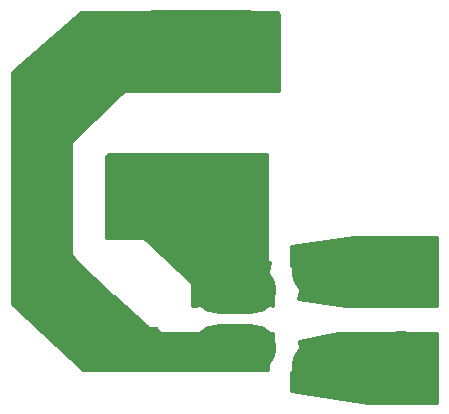
<source format=gbl>
G04 #@! TF.FileFunction,Copper,L2,Bot,Signal*
%FSLAX46Y46*%
G04 Gerber Fmt 4.6, Leading zero omitted, Abs format (unit mm)*
G04 Created by KiCad (PCBNEW 4.0.7) date 04/08/19 10:03:47*
%MOMM*%
%LPD*%
G01*
G04 APERTURE LIST*
%ADD10C,0.100000*%
%ADD11O,13.000000X6.000000*%
%ADD12O,7.000000X4.000000*%
%ADD13C,6.000000*%
%ADD14C,0.254000*%
G04 APERTURE END LIST*
D10*
D11*
X201904600Y-74091800D03*
X203174600Y-61442600D03*
D12*
X214350600Y-80645000D03*
X214350600Y-88569800D03*
X206019400Y-82169000D03*
X206019400Y-87045800D03*
D13*
X220141800Y-80645000D03*
X220141800Y-88569800D03*
D14*
G36*
X208788000Y-79629000D02*
X208798006Y-79678410D01*
X208826447Y-79720035D01*
X208868841Y-79747315D01*
X208915000Y-79756000D01*
X208994112Y-79756000D01*
X208817279Y-80645000D01*
X209116204Y-82147798D01*
X209296000Y-82416881D01*
X209296000Y-83529632D01*
X209128519Y-83417725D01*
X207625721Y-83118800D01*
X204413079Y-83118800D01*
X202910281Y-83417725D01*
X202724590Y-83541800D01*
X202438000Y-83541800D01*
X202438000Y-81661000D01*
X202427994Y-81611590D01*
X202397861Y-81568349D01*
X198333861Y-77758349D01*
X198290971Y-77731855D01*
X198247000Y-77724000D01*
X195147000Y-77724000D01*
X195147000Y-70829892D01*
X195364892Y-70612000D01*
X208788000Y-70612000D01*
X208788000Y-79629000D01*
X208788000Y-79629000D01*
G37*
X208788000Y-79629000D02*
X208798006Y-79678410D01*
X208826447Y-79720035D01*
X208868841Y-79747315D01*
X208915000Y-79756000D01*
X208994112Y-79756000D01*
X208817279Y-80645000D01*
X209116204Y-82147798D01*
X209296000Y-82416881D01*
X209296000Y-83529632D01*
X209128519Y-83417725D01*
X207625721Y-83118800D01*
X204413079Y-83118800D01*
X202910281Y-83417725D01*
X202724590Y-83541800D01*
X202438000Y-83541800D01*
X202438000Y-81661000D01*
X202427994Y-81611590D01*
X202397861Y-81568349D01*
X198333861Y-77758349D01*
X198290971Y-77731855D01*
X198247000Y-77724000D01*
X195147000Y-77724000D01*
X195147000Y-70829892D01*
X195364892Y-70612000D01*
X208788000Y-70612000D01*
X208788000Y-79629000D01*
G36*
X209804000Y-58814492D02*
X209804000Y-65278000D01*
X196723000Y-65278000D01*
X196673590Y-65288006D01*
X196633197Y-65315197D01*
X194312899Y-67635495D01*
X194266895Y-67644646D01*
X194036554Y-67798554D01*
X192360154Y-69474954D01*
X192206246Y-69705295D01*
X192152200Y-69977000D01*
X192152200Y-78867000D01*
X192206246Y-79138705D01*
X192360154Y-79369046D01*
X192532000Y-79540892D01*
X192532000Y-79629000D01*
X192542006Y-79678410D01*
X192573183Y-79722619D01*
X194259711Y-81268603D01*
X195509754Y-82518646D01*
X195740095Y-82672554D01*
X195805483Y-82685561D01*
X198669183Y-85310619D01*
X198712367Y-85336630D01*
X198755000Y-85344000D01*
X199360472Y-85344000D01*
X199369046Y-85387105D01*
X199522954Y-85617446D01*
X199753295Y-85771354D01*
X200025000Y-85825400D01*
X203052680Y-85825400D01*
X204413079Y-86096000D01*
X207625721Y-86096000D01*
X208986120Y-85825400D01*
X209296000Y-85825400D01*
X209296000Y-86797919D01*
X209116204Y-87067002D01*
X208817279Y-88569800D01*
X208882960Y-88900000D01*
X193216401Y-88900000D01*
X187198000Y-83383132D01*
X187198000Y-63684628D01*
X193012889Y-58596600D01*
X209586108Y-58596600D01*
X209804000Y-58814492D01*
X209804000Y-58814492D01*
G37*
X209804000Y-58814492D02*
X209804000Y-65278000D01*
X196723000Y-65278000D01*
X196673590Y-65288006D01*
X196633197Y-65315197D01*
X194312899Y-67635495D01*
X194266895Y-67644646D01*
X194036554Y-67798554D01*
X192360154Y-69474954D01*
X192206246Y-69705295D01*
X192152200Y-69977000D01*
X192152200Y-78867000D01*
X192206246Y-79138705D01*
X192360154Y-79369046D01*
X192532000Y-79540892D01*
X192532000Y-79629000D01*
X192542006Y-79678410D01*
X192573183Y-79722619D01*
X194259711Y-81268603D01*
X195509754Y-82518646D01*
X195740095Y-82672554D01*
X195805483Y-82685561D01*
X198669183Y-85310619D01*
X198712367Y-85336630D01*
X198755000Y-85344000D01*
X199360472Y-85344000D01*
X199369046Y-85387105D01*
X199522954Y-85617446D01*
X199753295Y-85771354D01*
X200025000Y-85825400D01*
X203052680Y-85825400D01*
X204413079Y-86096000D01*
X207625721Y-86096000D01*
X208986120Y-85825400D01*
X209296000Y-85825400D01*
X209296000Y-86797919D01*
X209116204Y-87067002D01*
X208817279Y-88569800D01*
X208882960Y-88900000D01*
X193216401Y-88900000D01*
X187198000Y-83383132D01*
X187198000Y-63684628D01*
X193012889Y-58596600D01*
X209586108Y-58596600D01*
X209804000Y-58814492D01*
G36*
X223191000Y-83541800D02*
X215498409Y-83541800D01*
X211404922Y-82912033D01*
X211552721Y-82169000D01*
X211253796Y-80666202D01*
X210820000Y-80016981D01*
X210820000Y-78467955D01*
X216158810Y-77646600D01*
X223191000Y-77646600D01*
X223191000Y-83541800D01*
X223191000Y-83541800D01*
G37*
X223191000Y-83541800D02*
X215498409Y-83541800D01*
X211404922Y-82912033D01*
X211552721Y-82169000D01*
X211253796Y-80666202D01*
X210820000Y-80016981D01*
X210820000Y-78467955D01*
X216158810Y-77646600D01*
X223191000Y-77646600D01*
X223191000Y-83541800D01*
G36*
X223191000Y-91694000D02*
X217306710Y-91694000D01*
X210820000Y-90696045D01*
X210820000Y-89197819D01*
X211253796Y-88548598D01*
X211552721Y-87045800D01*
X211438766Y-86472911D01*
X214805822Y-85825400D01*
X223191000Y-85825400D01*
X223191000Y-91694000D01*
X223191000Y-91694000D01*
G37*
X223191000Y-91694000D02*
X217306710Y-91694000D01*
X210820000Y-90696045D01*
X210820000Y-89197819D01*
X211253796Y-88548598D01*
X211552721Y-87045800D01*
X211438766Y-86472911D01*
X214805822Y-85825400D01*
X223191000Y-85825400D01*
X223191000Y-91694000D01*
M02*

</source>
